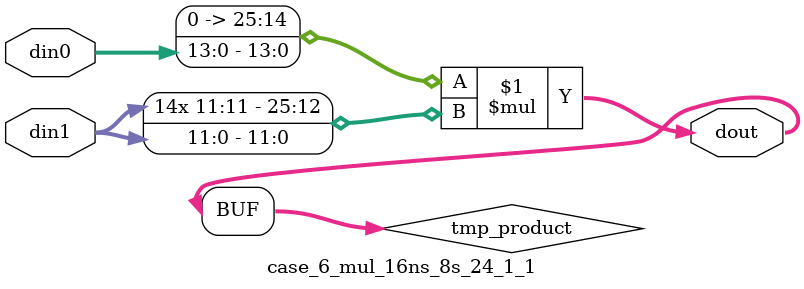
<source format=v>

`timescale 1 ns / 1 ps

 (* use_dsp = "no" *)  module case_6_mul_16ns_8s_24_1_1(din0, din1, dout);
parameter ID = 1;
parameter NUM_STAGE = 0;
parameter din0_WIDTH = 14;
parameter din1_WIDTH = 12;
parameter dout_WIDTH = 26;

input [din0_WIDTH - 1 : 0] din0; 
input [din1_WIDTH - 1 : 0] din1; 
output [dout_WIDTH - 1 : 0] dout;

wire signed [dout_WIDTH - 1 : 0] tmp_product;

























assign tmp_product = $signed({1'b0, din0}) * $signed(din1);










assign dout = tmp_product;





















endmodule

</source>
